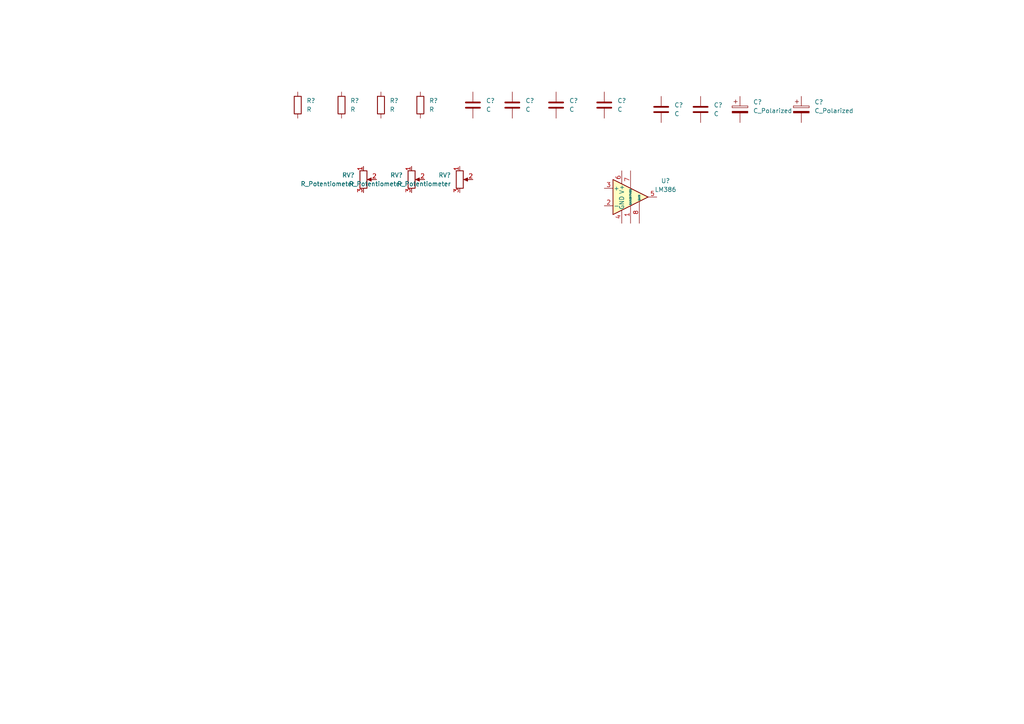
<source format=kicad_sch>
(kicad_sch (version 20211123) (generator eeschema)
  (paper "A4")
  (lib_symbols
    (symbol "Amplifier_Audio:LM386" (pin_names (offset 0.127))
      (property "Reference" "U" (at 1.27 7.62 0))
      (property "Value" "LM386" (at 1.27 5.08 0))
      (symbol "LM386_0_1"
        (polyline (pts (xy 5.08 0) (xy -5.08 5.08) (xy -5.08 -5.08) (xy 5.08 0)) (stroke (width 0.254)) (fill (type background)))
      )
      (symbol "LM386_1_1"
        (pin input line (at 0 -7.62 90) (length 5.08) (name "GAIN") (number "1"))
        (pin input line (at -7.62 -2.54 0) (length 2.54) (name "-") (number "2"))
        (pin input line (at -7.62 2.54 0) (length 2.54) (name "+") (number "3"))
        (pin power_in line (at -2.54 -7.62 90) (length 3.81) (name "GND") (number "4"))
        (pin output line (at 7.62 0 180) (length 2.54) (name "~") (number "5"))
        (pin power_in line (at -2.54 7.62 270) (length 3.81) (name "V+") (number "6"))
        (pin input line (at 0 7.62 270) (length 5.08) (name "BYPASS") (number "7"))
        (pin input line (at 2.54 -7.62 90) (length 6.35) (name "GAIN") (number "8"))
      )
    )
    (symbol "Device:C" (pin_numbers hide) (pin_names (offset 0.254))
      (property "Reference" "C" (at 0.635 2.54 0))
      (property "Value" "C" (at 0.635 -2.54 0))
      (symbol "C_0_1"
        (polyline (pts (xy -2.032 -0.762) (xy 2.032 -0.762)) (stroke (width 0.508)))
        (polyline (pts (xy -2.032 0.762) (xy 2.032 0.762)) (stroke (width 0.508)))
      )
      (symbol "C_1_1"
        (pin passive line (at 0 3.81 270) (length 2.794) (name "~") (number "1"))
        (pin passive line (at 0 -3.81 90) (length 2.794) (name "~") (number "2"))
      )
    )
    (symbol "Device:C_Polarized" (pin_numbers hide) (pin_names (offset 0.254))
      (property "Reference" "C" (at 0.635 2.54 0))
      (property "Value" "C_Polarized" (at 0.635 -2.54 0))
      (symbol "C_Polarized_0_1"
        (rectangle (start -2.286 0.508) (end 2.286 1.016))
        (polyline (pts (xy -1.778 2.286) (xy -0.762 2.286)))
        (polyline (pts (xy -1.27 2.794) (xy -1.27 1.778)))
        (rectangle (start 2.286 -0.508) (end -2.286 -1.016) (fill (type outline)))
      )
      (symbol "C_Polarized_1_1"
        (pin passive line (at 0 3.81 270) (length 2.794) (name "~") (number "1"))
        (pin passive line (at 0 -3.81 90) (length 2.794) (name "~") (number "2"))
      )
    )
    (symbol "Device:R" (pin_numbers hide) (pin_names (offset 0))
      (property "Reference" "R" (at 2.032 0 90))
      (property "Value" "R" (at 0 0 90))
      (symbol "R_0_1"
        (rectangle (start -1.016 -2.54) (end 1.016 2.54) (stroke (width 0.254)))
      )
      (symbol "R_1_1"
        (pin passive line (at 0 3.81 270) (length 1.27) (name "~") (number "1"))
        (pin passive line (at 0 -3.81 90) (length 1.27) (name "~") (number "2"))
      )
    )
    (symbol "Device:R_Potentiometer" (pin_names (offset 1.016) hide)
      (property "Reference" "RV" (at -4.445 0 90))
      (property "Value" "R_Potentiometer" (at -2.54 0 90))
      (symbol "R_Potentiometer_0_1"
        (polyline (pts (xy 2.54 0) (xy 1.524 0)))
        (polyline (pts (xy 1.143 0) (xy 2.286 0.508) (xy 2.286 -0.508) (xy 1.143 0)) (fill (type outline)))
        (rectangle (start 1.016 2.54) (end -1.016 -2.54) (stroke (width 0.254)))
      )
      (symbol "R_Potentiometer_1_1"
        (pin passive line (at 0 3.81 270) (length 1.27) (name "1") (number "1"))
        (pin passive line (at 3.81 0 180) (length 1.27) (name "2") (number "2"))
        (pin passive line (at 0 -3.81 90) (length 1.27) (name "3") (number "3"))
      )
    )
  )
  (symbol (lib_id "Device:C") (at 161.29 30.48 0) (unit 1)
    (property "Reference" "C?" (at 165.1 29.2099 0) (effects (justify left)))
    (property "Value" "C" (at 165.1 31.7499 0) (effects (justify left)))
  )
  (symbol (lib_id "Device:C") (at 191.77 31.75 0) (unit 1)
    (property "Reference" "C?" (at 195.58 30.4799 0) (effects (justify left)))
    (property "Value" "C" (at 195.58 33.0199 0) (effects (justify left)))
  )
  (symbol (lib_id "Device:C_Polarized") (at 232.41 31.75 0) (unit 1)
    (property "Reference" "C?" (at 236.22 29.5909 0) (effects (justify left)))
    (property "Value" "C_Polarized" (at 236.22 32.1309 0) (effects (justify left)))
  )
  (symbol (lib_id "Device:C") (at 175.26 30.48 0) (unit 1)
    (property "Reference" "C?" (at 179.07 29.2099 0) (effects (justify left)))
    (property "Value" "C" (at 179.07 31.7499 0) (effects (justify left)))
  )
  (symbol (lib_id "Device:R") (at 121.92 30.48 0) (unit 1)
    (property "Reference" "R?" (at 124.46 29.2099 0) (effects (justify left)))
    (property "Value" "R" (at 124.46 31.7499 0) (effects (justify left)))
  )
  (symbol (lib_id "Device:R") (at 110.49 30.48 0) (unit 1)
    (property "Reference" "R?" (at 113.03 29.2099 0) (effects (justify left)))
    (property "Value" "R" (at 113.03 31.7499 0) (effects (justify left)))
  )
  (symbol (lib_id "Device:R_Potentiometer") (at 133.35 52.07 0) (unit 1)
    (property "Reference" "RV?" (at 130.81 50.7999 0) (effects (justify right)))
    (property "Value" "R_Potentiometer" (at 130.81 53.3399 0) (effects (justify right)))
  )
  (symbol (lib_id "Device:C") (at 148.59 30.48 0) (unit 1)
    (property "Reference" "C?" (at 152.4 29.2099 0) (effects (justify left)))
    (property "Value" "C" (at 152.4 31.7499 0) (effects (justify left)))
  )
  (symbol (lib_id "Device:C") (at 203.2 31.75 0) (unit 1)
    (property "Reference" "C?" (at 207.01 30.4799 0) (effects (justify left)))
    (property "Value" "C" (at 207.01 33.0199 0) (effects (justify left)))
  )
  (symbol (lib_id "Device:R") (at 86.36 30.48 0) (unit 1)
    (property "Reference" "R?" (at 88.9 29.2099 0) (effects (justify left)))
    (property "Value" "R" (at 88.9 31.7499 0) (effects (justify left)))
  )
  (symbol (lib_id "Device:R_Potentiometer") (at 105.41 52.07 0) (unit 1)
    (property "Reference" "RV?" (at 102.87 50.7999 0) (effects (justify right)))
    (property "Value" "R_Potentiometer" (at 102.87 53.3399 0) (effects (justify right)))
  )
  (symbol (lib_id "Device:R") (at 99.06 30.48 0) (unit 1)
    (property "Reference" "R?" (at 101.6 29.2099 0) (effects (justify left)))
    (property "Value" "R" (at 101.6 31.7499 0) (effects (justify left)))
  )
  (symbol (lib_id "Device:R_Potentiometer") (at 119.38 52.07 0) (unit 1)
    (property "Reference" "RV?" (at 116.84 50.7999 0) (effects (justify right)))
    (property "Value" "R_Potentiometer" (at 116.84 53.3399 0) (effects (justify right)))
  )
  (symbol (lib_id "Amplifier_Audio:LM386") (at 182.88 57.15 0) (unit 1)
    (property "Reference" "U?" (at 193.04 52.451 0))
    (property "Value" "LM386" (at 193.04 54.991 0))
    (property "Datasheet" "http://www.ti.com/lit/ds/symlink/lm386.pdf" (effects hide))
  )
  (symbol (lib_id "Device:C_Polarized") (at 214.63 31.75 0) (unit 1)
    (property "Reference" "C?" (at 218.44 29.5909 0) (effects (justify left)))
    (property "Value" "C_Polarized" (at 218.44 32.1309 0) (effects (justify left)))
  )
  (symbol (lib_id "Device:C") (at 137.16 30.48 0) (unit 1)
    (property "Reference" "C?" (at 140.97 29.2099 0) (effects (justify left)))
    (property "Value" "C" (at 140.97 31.7499 0) (effects (justify left)))
  )
)
</source>
